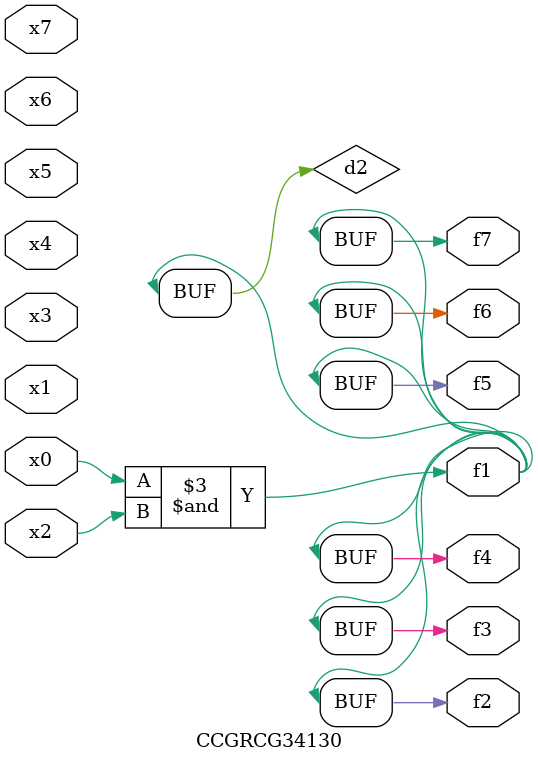
<source format=v>
module CCGRCG34130(
	input x0, x1, x2, x3, x4, x5, x6, x7,
	output f1, f2, f3, f4, f5, f6, f7
);

	wire d1, d2;

	nor (d1, x3, x6);
	and (d2, x0, x2);
	assign f1 = d2;
	assign f2 = d2;
	assign f3 = d2;
	assign f4 = d2;
	assign f5 = d2;
	assign f6 = d2;
	assign f7 = d2;
endmodule

</source>
